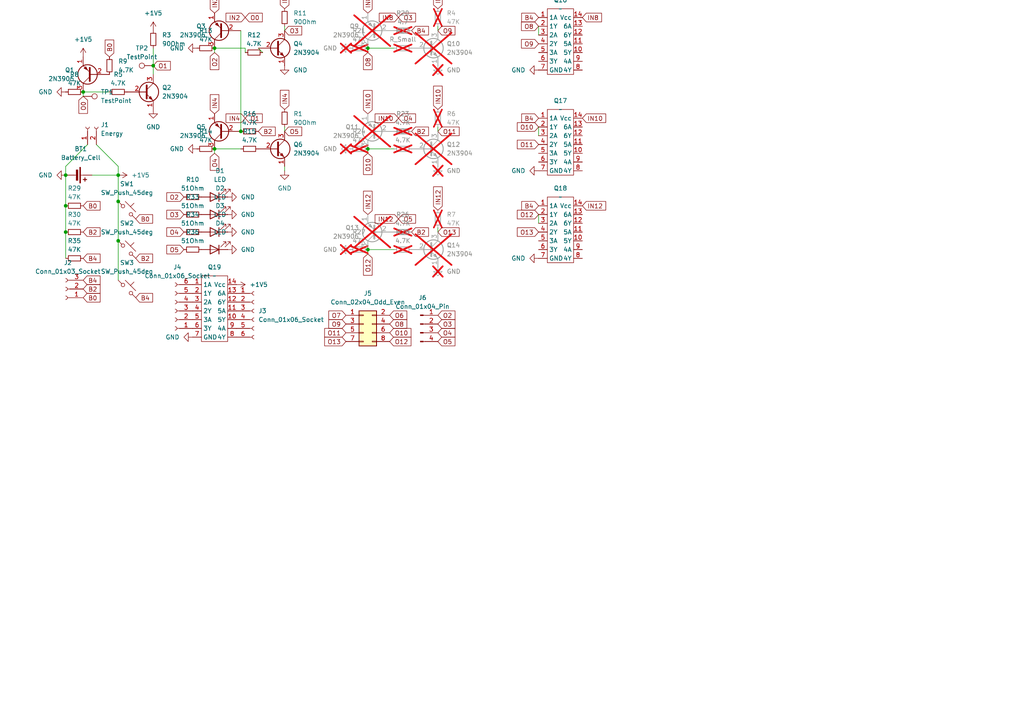
<source format=kicad_sch>
(kicad_sch (version 20241209) (generator "eeschema") (generator_version "8.99")
  (paper "A4")
  (lib_symbols
    (symbol "Connector:Conn_01x02_Socket" (pin_names (offset 1.016) (hide yes))
      (property "Reference" "J" (at 0 2.54 0))
      (property "Value" "Conn_01x02_Socket" (at 0 -5.08 0))
      (symbol "Conn_01x02_Socket_1_1"
        (pin passive line (at -5.08 0 0) (length 3.81) (name "Pin_1") (number "1"))
        (pin passive line (at -5.08 -2.54 0) (length 3.81) (name "Pin_2") (number "2"))
      )
    )
    (symbol "Connector:Conn_01x03_Socket" (pin_names (offset 1.016) (hide yes))
      (property "Reference" "J" (at 0 5.08 0))
      (property "Value" "Conn_01x03_Socket" (at 0 -5.08 0))
      (symbol "Conn_01x03_Socket_1_1"
        (pin passive line (at -5.08 2.54 0) (length 3.81) (name "Pin_1") (number "1"))
        (pin passive line (at -5.08 0 0) (length 3.81) (name "Pin_2") (number "2"))
        (pin passive line (at -5.08 -2.54 0) (length 3.81) (name "Pin_3") (number "3"))
      )
    )
    (symbol "Connector:Conn_01x04_Pin" (pin_names (offset 1.016) (hide yes))
      (property "Reference" "J" (at 0 5.08 0))
      (property "Value" "Conn_01x04_Pin" (at 0 -7.62 0))
      (symbol "Conn_01x04_Pin_1_1"
        (pin passive line (at 5.08 2.54 180) (length 3.81) (name "Pin_1") (number "1"))
        (pin passive line (at 5.08 0 180) (length 3.81) (name "Pin_2") (number "2"))
        (pin passive line (at 5.08 -2.54 180) (length 3.81) (name "Pin_3") (number "3"))
        (pin passive line (at 5.08 -5.08 180) (length 3.81) (name "Pin_4") (number "4"))
      )
    )
    (symbol "Connector:Conn_01x06_Socket" (pin_names (offset 1.016) (hide yes))
      (property "Reference" "J" (at 0 7.62 0))
      (property "Value" "Conn_01x06_Socket" (at 0 -10.16 0))
      (symbol "Conn_01x06_Socket_1_1"
        (pin passive line (at -5.08 5.08 0) (length 3.81) (name "Pin_1") (number "1"))
        (pin passive line (at -5.08 2.54 0) (length 3.81) (name "Pin_2") (number "2"))
        (pin passive line (at -5.08 0 0) (length 3.81) (name "Pin_3") (number "3"))
        (pin passive line (at -5.08 -2.54 0) (length 3.81) (name "Pin_4") (number "4"))
        (pin passive line (at -5.08 -5.08 0) (length 3.81) (name "Pin_5") (number "5"))
        (pin passive line (at -5.08 -7.62 0) (length 3.81) (name "Pin_6") (number "6"))
      )
    )
    (symbol "Connector:TestPoint" (pin_numbers (hide yes)) (pin_names (offset 0.762) (hide yes))
      (property "Reference" "TP" (at 0 6.858 0))
      (property "Value" "TestPoint" (at 0 5.08 0))
      (symbol "TestPoint_1_1"
        (pin passive line (at 0 0 90) (length 2.54) (name "1") (number "1"))
      )
    )
    (symbol "Connector_Generic:Conn_02x04_Odd_Even" (pin_names (offset 1.016) (hide yes))
      (property "Reference" "J" (at 1.27 5.08 0))
      (property "Value" "Conn_02x04_Odd_Even" (at 1.27 -7.62 0))
      (symbol "Conn_02x04_Odd_Even_1_1"
        (pin passive line (at -5.08 2.54 0) (length 3.81) (name "Pin_1") (number "1"))
        (pin passive line (at -5.08 0 0) (length 3.81) (name "Pin_3") (number "3"))
        (pin passive line (at -5.08 -2.54 0) (length 3.81) (name "Pin_5") (number "5"))
        (pin passive line (at -5.08 -5.08 0) (length 3.81) (name "Pin_7") (number "7"))
        (pin passive line (at 7.62 2.54 180) (length 3.81) (name "Pin_2") (number "2"))
        (pin passive line (at 7.62 0 180) (length 3.81) (name "Pin_4") (number "4"))
        (pin passive line (at 7.62 -2.54 180) (length 3.81) (name "Pin_6") (number "6"))
        (pin passive line (at 7.62 -5.08 180) (length 3.81) (name "Pin_8") (number "8"))
      )
    )
    (symbol "Device:Battery_Cell" (pin_numbers (hide yes)) (pin_names (offset 0) (hide yes))
      (property "Reference" "BT" (at 2.54 2.54 0))
      (property "Value" "Battery_Cell" (at 2.54 0 0))
      (symbol "Battery_Cell_1_1"
        (pin passive line (at 0 5.08 270) (length 2.54) (name "+") (number "1"))
        (pin passive line (at 0 -2.54 90) (length 2.54) (name "-") (number "2"))
      )
    )
    (symbol "Device:LED" (pin_numbers (hide yes)) (pin_names (offset 1.016) (hide yes))
      (property "Reference" "D" (at 0 2.54 0))
      (property "Value" "LED" (at 0 -2.54 0))
      (symbol "LED_1_1"
        (pin passive line (at -3.81 0 0) (length 2.54) (name "K") (number "1"))
        (pin passive line (at 3.81 0 180) (length 2.54) (name "A") (number "2"))
      )
    )
    (symbol "Device:R_Small" (pin_numbers (hide yes)) (pin_names (offset 0.254) (hide yes))
      (property "Reference" "R" (at 0.762 0.508 0))
      (property "Value" "R_Small" (at 0.762 -1.016 0))
      (symbol "R_Small_1_1"
        (pin passive line (at 0 2.54 270) (length 0.762) (name "~") (number "1"))
        (pin passive line (at 0 -2.54 90) (length 0.762) (name "~") (number "2"))
      )
    )
    (symbol "Switch:SW_Push_45deg" (pin_numbers (hide yes)) (pin_names (offset 1.016) (hide yes))
      (property "Reference" "SW" (at 3.048 1.016 0))
      (property "Value" "SW_Push_45deg" (at 0 -3.81 0))
      (symbol "SW_Push_45deg_0_1"
        (pin passive line (at -2.54 2.54 0) (length 0) (name "1") (number "1"))
        (pin passive line (at 2.54 -2.54 180) (length 0) (name "2") (number "2"))
      )
    )
    (symbol "Transistor_BJT:2N3904" (pin_names (offset 0) (hide yes))
      (property "Reference" "Q" (at 5.08 1.905 0))
      (property "Value" "2N3904" (at 5.08 0 0))
      (symbol "2N3904_1_1"
        (pin passive line (at -5.08 0 0) (length 5.715) (name "B") (number "2"))
        (pin passive line (at 2.54 5.08 270) (length 2.54) (name "C") (number "3"))
        (pin passive line (at 2.54 -5.08 90) (length 2.54) (name "E") (number "1"))
      )
    )
    (symbol "Transistor_BJT:2N3906" (pin_names (offset 0) (hide yes))
      (property "Reference" "Q" (at 5.08 1.905 0))
      (property "Value" "2N3906" (at 5.08 0 0))
      (symbol "2N3906_1_1"
        (pin input line (at -5.08 0 0) (length 5.715) (name "B") (number "2"))
        (pin passive line (at 2.54 5.08 270) (length 2.54) (name "C") (number "3"))
        (pin passive line (at 2.54 -5.08 90) (length 2.54) (name "E") (number "1"))
      )
    )
    (symbol "power:+1V5" (power) (pin_numbers (hide yes)) (pin_names (offset 0) (hide yes))
      (property "Value" "+1V5" (at 0 3.556 0))
      (symbol "+1V5_1_1"
        (pin power_in line (at 0 0 90) (length 0) (name "~") (number "1"))
      )
    )
    (symbol "power:GND" (power) (pin_numbers (hide yes)) (pin_names (offset 0) (hide yes))
      (property "Value" "GND" (at 0 -3.81 0))
      (symbol "GND_1_1"
        (pin power_in line (at 0 0 270) (length 0) (name "~") (number "1"))
      )
    )
    (symbol "self:74HC04_Hex_inverter_IC"
      (property "Reference" "Q" (at 0 2.286 0))
      (symbol "74HC04_Hex_inverter_IC_1_1"
        (pin input line (at -6.35 -1.27 0) (length 2.54) (name "1A") (number "1"))
        (pin output line (at -6.35 -3.81 0) (length 2.54) (name "1Y") (number "2"))
        (pin input line (at -6.35 -6.35 0) (length 2.54) (name "2A") (number "3"))
        (pin output line (at -6.35 -8.89 0) (length 2.54) (name "2Y") (number "4"))
        (pin input line (at -6.35 -11.43 0) (length 2.54) (name "3A") (number "5"))
        (pin output line (at -6.35 -13.97 0) (length 2.54) (name "3Y") (number "6"))
        (pin power_out line (at -6.35 -16.51 0) (length 2.54) (name "GND") (number "7"))
        (pin power_in line (at 6.35 -1.27 180) (length 2.54) (name "Vcc") (number "14"))
        (pin input line (at 6.35 -3.81 180) (length 2.54) (name "6A") (number "13"))
        (pin output line (at 6.35 -6.35 180) (length 2.54) (name "6Y") (number "12"))
        (pin input line (at 6.35 -8.89 180) (length 2.54) (name "5A") (number "11"))
        (pin output line (at 6.35 -11.43 180) (length 2.54) (name "5Y") (number "10"))
        (pin input line (at 6.35 -13.97 180) (length 2.54) (name "4A") (number "9"))
        (pin output line (at 6.35 -16.51 180) (length 2.54) (name "4Y") (number "8"))
      )
    )
  )
  (junction (at 62.23 43.18))
  (junction (at 62.23 13.97))
  (junction (at 19.05 67.31))
  (junction (at 24.13 26.67))
  (junction (at 34.29 69.85))
  (junction (at 106.68 -15.24))
  (junction (at 19.05 50.8))
  (junction (at 34.29 50.8))
  (junction (at 106.68 72.39))
  (junction (at 44.45 19.05))
  (junction (at 19.05 59.69))
  (junction (at 106.68 13.97))
  (junction (at 69.85 38.1))
  (junction (at 34.29 58.42))
  (junction (at 106.68 43.18))
  (wire (pts (xy 27.94 41.91) (xy 34.29 48.26)))
  (wire (pts (xy 19.05 48.26) (xy 25.4 41.91)))
  (wire (pts (xy 19.05 67.31) (xy 19.05 59.69)))
  (wire (pts (xy 62.23 13.97) (xy 62.23 15.24)))
  (wire (pts (xy 69.85 43.18) (xy 62.23 43.18)))
  (wire (pts (xy 156.21 39.37) (xy 156.21 36.83)))
  (wire (pts (xy 34.29 48.26) (xy 34.29 50.8)))
  (wire (pts (xy 74.93 13.97) (xy 76.2 15.24)))
  (wire (pts (xy 156.21 -20.32) (xy 156.21 -22.86)))
  (wire (pts (xy 31.75 26.67) (xy 24.13 26.67)))
  (wire (pts (xy 127 66.04) (xy 127 67.31)))
  (wire (pts (xy 114.3 43.18) (xy 106.68 43.18)))
  (wire (pts (xy 82.55 36.83) (xy 82.55 38.1)))
  (wire (pts (xy 44.45 13.97) (xy 44.45 19.05)))
  (wire (pts (xy 62.23 43.18) (xy 62.23 44.45)))
  (wire (pts (xy 127 -21.59) (xy 127 -20.32)))
  (wire (pts (xy 114.3 -15.24) (xy 106.68 -15.24)))
  (wire (pts (xy 44.45 21.59) (xy 44.45 19.05)))
  (wire (pts (xy 127 -8.89) (xy 127 -10.16)))
  (wire (pts (xy 34.29 69.85) (xy 34.29 58.42)))
  (wire (pts (xy 62.23 13.97) (xy 71.12 13.97)))
  (wire (pts (xy 114.3 13.97) (xy 106.68 13.97)))
  (wire (pts (xy 156.21 10.16) (xy 156.21 7.62)))
  (wire (pts (xy 106.68 43.18) (xy 106.68 44.45)))
  (wire (pts (xy 106.68 72.39) (xy 106.68 73.66)))
  (wire (pts (xy 114.3 72.39) (xy 106.68 72.39)))
  (wire (pts (xy 71.12 15.24) (xy 71.12 13.97)))
  (wire (pts (xy 34.29 81.28) (xy 34.29 69.85)))
  (wire (pts (xy 69.85 8.89) (xy 69.85 38.1)))
  (wire (pts (xy 82.55 49.53) (xy 82.55 48.26)))
  (wire (pts (xy 82.55 7.62) (xy 82.55 8.89)))
  (wire (pts (xy 106.68 13.97) (xy 106.68 15.24)))
  (wire (pts (xy 24.13 26.67) (xy 24.13 27.94)))
  (wire (pts (xy 19.05 48.26) (xy 19.05 50.8)))
  (wire (pts (xy 106.68 -15.24) (xy 106.68 -13.97)))
  (wire (pts (xy 34.29 58.42) (xy 34.29 50.8)))
  (wire (pts (xy 26.67 50.8) (xy 34.29 50.8)))
  (wire (pts (xy 127 7.62) (xy 127 8.89)))
  (wire (pts (xy 156.21 64.77) (xy 156.21 62.23)))
  (wire (pts (xy 19.05 59.69) (xy 19.05 50.8)))
  (wire (pts (xy 127 36.83) (xy 127 38.1)))
  (wire (pts (xy 19.05 74.93) (xy 19.05 67.31)))
  (global_label "O11" (shape input) (at 156.21 41.91 180) (property "Intersheetrefs" "${INTERSHEET_REFS}" (effects (hide yes))))
  (global_label "O5" (shape input) (at 115.57 63.5 0) (property "Intersheetrefs" "${INTERSHEET_REFS}" (effects (hide yes))))
  (global_label "B4" (shape input) (at 156.21 5.08 180) (property "Intersheetrefs" "${INTERSHEET_REFS}" (effects (hide yes))))
  (global_label "O10" (shape input) (at 106.68 44.45 270) (property "Intersheetrefs" "${INTERSHEET_REFS}" (effects (hide yes))))
  (global_label "O9" (shape input) (at 100.33 93.98 180) (property "Intersheetrefs" "${INTERSHEET_REFS}" (effects (hide yes))))
  (global_label "O3" (shape input) (at 115.57 5.08 0) (property "Intersheetrefs" "${INTERSHEET_REFS}" (effects (hide yes))))
  (global_label "O1" (shape input) (at 44.45 19.05 0) (property "Intersheetrefs" "${INTERSHEET_REFS}" (effects (hide yes))))
  (global_label "O4" (shape input) (at 53.34 67.31 180) (property "Intersheetrefs" "${INTERSHEET_REFS}" (effects (hide yes))))
  (global_label "B2" (shape input) (at 24.13 67.31 0) (property "Intersheetrefs" "${INTERSHEET_REFS}" (effects (hide yes))))
  (global_label "O13" (shape input) (at 127 67.31 0) (property "Intersheetrefs" "${INTERSHEET_REFS}" (effects (hide yes))))
  (global_label "B2" (shape input) (at 119.38 67.31 0) (property "Intersheetrefs" "${INTERSHEET_REFS}" (effects (hide yes))))
  (global_label "O3" (shape input) (at 53.34 62.23 180) (property "Intersheetrefs" "${INTERSHEET_REFS}" (effects (hide yes))))
  (global_label "B2" (shape input) (at 39.37 74.93 0) (property "Intersheetrefs" "${INTERSHEET_REFS}" (effects (hide yes))))
  (global_label "O9" (shape input) (at 127 8.89 0) (property "Intersheetrefs" "${INTERSHEET_REFS}" (effects (hide yes))))
  (global_label "O9" (shape input) (at 156.21 12.7 180) (property "Intersheetrefs" "${INTERSHEET_REFS}" (effects (hide yes))))
  (global_label "O5" (shape input) (at 53.34 72.39 180) (property "Intersheetrefs" "${INTERSHEET_REFS}" (effects (hide yes))))
  (global_label "O11" (shape input) (at 127 38.1 0) (property "Intersheetrefs" "${INTERSHEET_REFS}" (effects (hide yes))))
  (global_label "O8" (shape input) (at 106.68 15.24 270) (property "Intersheetrefs" "${INTERSHEET_REFS}" (effects (hide yes))))
  (global_label "IN12" (shape input) (at 127 60.96 90) (property "Intersheetrefs" "${INTERSHEET_REFS}" (effects (hide yes))))
  (global_label "O10" (shape input) (at 156.21 36.83 180) (property "Intersheetrefs" "${INTERSHEET_REFS}" (effects (hide yes))))
  (global_label "IN4" (shape input) (at 71.12 34.29 180) (property "Intersheetrefs" "${INTERSHEET_REFS}" (effects (hide yes))))
  (global_label "B2" (shape input) (at 24.13 83.82 0) (property "Intersheetrefs" "${INTERSHEET_REFS}" (effects (hide yes))))
  (global_label "O12" (shape input) (at 156.21 62.23 180) (property "Intersheetrefs" "${INTERSHEET_REFS}" (effects (hide yes))))
  (global_label "IN8" (shape input) (at 106.68 3.81 90) (property "Intersheetrefs" "${INTERSHEET_REFS}" (effects (hide yes))))
  (global_label "O5" (shape input) (at 127 99.06 0) (property "Intersheetrefs" "${INTERSHEET_REFS}" (effects (hide yes))))
  (global_label "IN6" (shape input) (at 115.57 -26.67 180) (property "Intersheetrefs" "${INTERSHEET_REFS}" (effects (hide yes))))
  (global_label "O4" (shape input) (at 127 96.52 0) (property "Intersheetrefs" "${INTERSHEET_REFS}" (effects (hide yes))))
  (global_label "IN4" (shape input) (at 82.55 31.75 90) (property "Intersheetrefs" "${INTERSHEET_REFS}" (effects (hide yes))))
  (global_label "O4" (shape input) (at 62.23 44.45 270) (property "Intersheetrefs" "${INTERSHEET_REFS}" (effects (hide yes))))
  (global_label "B4" (shape input) (at 24.13 74.93 0) (property "Intersheetrefs" "${INTERSHEET_REFS}" (effects (hide yes))))
  (global_label "B4" (shape input) (at 156.21 34.29 180) (property "Intersheetrefs" "${INTERSHEET_REFS}" (effects (hide yes))))
  (global_label "IN12" (shape input) (at 168.91 59.69 0) (property "Intersheetrefs" "${INTERSHEET_REFS}" (effects (hide yes))))
  (global_label "O1" (shape input) (at 71.12 34.29 0) (property "Intersheetrefs" "${INTERSHEET_REFS}" (effects (hide yes))))
  (global_label "IN8" (shape input) (at 115.57 5.08 180) (property "Intersheetrefs" "${INTERSHEET_REFS}" (effects (hide yes))))
  (global_label "IN4" (shape input) (at 62.23 33.02 90) (property "Intersheetrefs" "${INTERSHEET_REFS}" (effects (hide yes))))
  (global_label "O10" (shape input) (at 113.03 96.52 0) (property "Intersheetrefs" "${INTERSHEET_REFS}" (effects (hide yes))))
  (global_label "B0" (shape input) (at 24.13 86.36 0) (property "Intersheetrefs" "${INTERSHEET_REFS}" (effects (hide yes))))
  (global_label "O2" (shape input) (at 62.23 15.24 270) (property "Intersheetrefs" "${INTERSHEET_REFS}" (effects (hide yes))))
  (global_label "B4" (shape input) (at 119.38 8.89 0) (property "Intersheetrefs" "${INTERSHEET_REFS}" (effects (hide yes))))
  (global_label "O6" (shape input) (at 156.21 -22.86 180) (property "Intersheetrefs" "${INTERSHEET_REFS}" (effects (hide yes))))
  (global_label "IN12" (shape input) (at 115.57 63.5 180) (property "Intersheetrefs" "${INTERSHEET_REFS}" (effects (hide yes))))
  (global_label "B0" (shape input) (at 24.13 59.69 0) (property "Intersheetrefs" "${INTERSHEET_REFS}" (effects (hide yes))))
  (global_label "O0" (shape input) (at 71.12 5.08 0) (property "Intersheetrefs" "${INTERSHEET_REFS}" (effects (hide yes))))
  (global_label "O3" (shape input) (at 82.55 8.89 0) (property "Intersheetrefs" "${INTERSHEET_REFS}" (effects (hide yes))))
  (global_label "IN6" (shape input) (at 168.91 -25.4 0) (property "Intersheetrefs" "${INTERSHEET_REFS}" (effects (hide yes))))
  (global_label "O2" (shape input) (at 53.34 57.15 180) (property "Intersheetrefs" "${INTERSHEET_REFS}" (effects (hide yes))))
  (global_label "O4" (shape input) (at 115.57 34.29 0) (property "Intersheetrefs" "${INTERSHEET_REFS}" (effects (hide yes))))
  (global_label "IN10" (shape input) (at 115.57 34.29 180) (property "Intersheetrefs" "${INTERSHEET_REFS}" (effects (hide yes))))
  (global_label "B4" (shape input) (at 156.21 59.69 180) (property "Intersheetrefs" "${INTERSHEET_REFS}" (effects (hide yes))))
  (global_label "O3" (shape input) (at 127 93.98 0) (property "Intersheetrefs" "${INTERSHEET_REFS}" (effects (hide yes))))
  (global_label "IN2" (shape input) (at 82.55 2.54 90) (property "Intersheetrefs" "${INTERSHEET_REFS}" (effects (hide yes))))
  (global_label "O0" (shape input) (at 24.13 27.94 270) (property "Intersheetrefs" "${INTERSHEET_REFS}" (effects (hide yes))))
  (global_label "O8" (shape input) (at 113.03 93.98 0) (property "Intersheetrefs" "${INTERSHEET_REFS}" (effects (hide yes))))
  (global_label "O2" (shape input) (at 115.57 -26.67 0) (property "Intersheetrefs" "${INTERSHEET_REFS}" (effects (hide yes))))
  (global_label "O13" (shape input) (at 100.33 99.06 180) (property "Intersheetrefs" "${INTERSHEET_REFS}" (effects (hide yes))))
  (global_label "IN10" (shape input) (at 168.91 34.29 0) (property "Intersheetrefs" "${INTERSHEET_REFS}" (effects (hide yes))))
  (global_label "O12" (shape input) (at 106.68 73.66 270) (property "Intersheetrefs" "${INTERSHEET_REFS}" (effects (hide yes))))
  (global_label "IN2" (shape input) (at 62.23 3.81 90) (property "Intersheetrefs" "${INTERSHEET_REFS}" (effects (hide yes))))
  (global_label "IN10" (shape input) (at 127 31.75 90) (property "Intersheetrefs" "${INTERSHEET_REFS}" (effects (hide yes))))
  (global_label "B4" (shape input) (at 156.21 -25.4 180) (property "Intersheetrefs" "${INTERSHEET_REFS}" (effects (hide yes))))
  (global_label "B0" (shape input) (at 31.75 16.51 90) (property "Intersheetrefs" "${INTERSHEET_REFS}" (effects (hide yes))))
  (global_label "O11" (shape input) (at 100.33 96.52 180) (property "Intersheetrefs" "${INTERSHEET_REFS}" (effects (hide yes))))
  (global_label "O7" (shape input) (at 156.21 -17.78 180) (property "Intersheetrefs" "${INTERSHEET_REFS}" (effects (hide yes))))
  (global_label "IN8" (shape input) (at 127 2.54 90) (property "Intersheetrefs" "${INTERSHEET_REFS}" (effects (hide yes))))
  (global_label "O6" (shape input) (at 113.03 91.44 0) (property "Intersheetrefs" "${INTERSHEET_REFS}" (effects (hide yes))))
  (global_label "O12" (shape input) (at 113.03 99.06 0) (property "Intersheetrefs" "${INTERSHEET_REFS}" (effects (hide yes))))
  (global_label "IN6" (shape input) (at 127 -26.67 90) (property "Intersheetrefs" "${INTERSHEET_REFS}" (effects (hide yes))))
  (global_label "O6" (shape input) (at 106.68 -13.97 270) (property "Intersheetrefs" "${INTERSHEET_REFS}" (effects (hide yes))))
  (global_label "O7" (shape input) (at 127 -20.32 0) (property "Intersheetrefs" "${INTERSHEET_REFS}" (effects (hide yes))))
  (global_label "B0" (shape input) (at 39.37 63.5 0) (property "Intersheetrefs" "${INTERSHEET_REFS}" (effects (hide yes))))
  (global_label "B2" (shape input) (at 74.93 38.1 0) (property "Intersheetrefs" "${INTERSHEET_REFS}" (effects (hide yes))))
  (global_label "IN6" (shape input) (at 106.68 -25.4 90) (property "Intersheetrefs" "${INTERSHEET_REFS}" (effects (hide yes))))
  (global_label "IN10" (shape input) (at 106.68 33.02 90) (property "Intersheetrefs" "${INTERSHEET_REFS}" (effects (hide yes))))
  (global_label "B4" (shape input) (at 24.13 81.28 0) (property "Intersheetrefs" "${INTERSHEET_REFS}" (effects (hide yes))))
  (global_label "B4" (shape input) (at 39.37 86.36 0) (property "Intersheetrefs" "${INTERSHEET_REFS}" (effects (hide yes))))
  (global_label "O2" (shape input) (at 127 91.44 0) (property "Intersheetrefs" "${INTERSHEET_REFS}" (effects (hide yes))))
  (global_label "O8" (shape input) (at 156.21 7.62 180) (property "Intersheetrefs" "${INTERSHEET_REFS}" (effects (hide yes))))
  (global_label "O13" (shape input) (at 156.21 67.31 180) (property "Intersheetrefs" "${INTERSHEET_REFS}" (effects (hide yes))))
  (global_label "O7" (shape input) (at 100.33 91.44 180) (property "Intersheetrefs" "${INTERSHEET_REFS}" (effects (hide yes))))
  (global_label "IN2" (shape input) (at 71.12 5.08 180) (property "Intersheetrefs" "${INTERSHEET_REFS}" (effects (hide yes))))
  (global_label "B4" (shape input) (at 119.38 -20.32 0) (property "Intersheetrefs" "${INTERSHEET_REFS}" (effects (hide yes))))
  (global_label "IN12" (shape input) (at 106.68 62.23 90) (property "Intersheetrefs" "${INTERSHEET_REFS}" (effects (hide yes))))
  (global_label "IN8" (shape input) (at 168.91 5.08 0) (property "Intersheetrefs" "${INTERSHEET_REFS}" (effects (hide yes))))
  (global_label "O5" (shape input) (at 82.55 38.1 0) (property "Intersheetrefs" "${INTERSHEET_REFS}" (effects (hide yes))))
  (global_label "B2" (shape input) (at 119.38 38.1 0) (property "Intersheetrefs" "${INTERSHEET_REFS}" (effects (hide yes))))
  (symbol (lib_id "Connector:TestPoint") (at 44.45 19.05 90) (unit 1)
    (property "Reference" "TP2" (at 41.148 13.97 90))
    (property "Value" "TestPoint" (at 41.148 16.51 90))
    (property "Footprint" "TestPoint:TestPoint_Pad_2.0x2.0mm" (effects (hide yes)))
    (property "Description" "test point" (effects (hide yes)))
  )
  (symbol (lib_id "Device:R_Small") (at 104.14 -15.24 90) (unit 1) (on_board no) (dnp yes)
    (property "Reference" "R18" (at 104.14 -19.05 90))
    (property "Value" "47K" (at 104.14 -16.51 90))
    (property "Description" "Resistor, small symbol" (effects (hide yes)))
  )
  (symbol (lib_id "Device:R_Small") (at 59.69 43.18 90) (unit 1)
    (property "Reference" "R14" (at 59.69 38.1 90))
    (property "Value" "47K" (at 59.69 40.64 90))
    (property "Footprint" "Resistor_THT:R_Axial_DIN0207_L6.3mm_D2.5mm_P7.62mm_Horizontal" (effects (hide yes)))
    (property "Description" "Resistor, small symbol" (effects (hide yes)))
  )
  (symbol (lib_id "power:GND") (at 66.04 62.23 90) (unit 1)
    (property "Reference" "#PWR020" (effects (hide yes)))
    (property "Value" "GND" (at 69.85 62.2299 90) (effects (justify right)))
    (property "Description" "Power symbol creates a global label with name \"GND\" , ground" (effects (hide yes)))
  )
  (symbol (lib_id "Transistor_BJT:2N3906") (at 109.22 38.1 180) (unit 1) (on_board no) (dnp yes)
    (property "Reference" "Q11" (at 104.14 36.8299 0) (effects (justify left)))
    (property "Value" "2N3906" (at 104.14 39.3699 0) (effects (justify left)))
    (property "Footprint" "Package_TO_SOT_THT:TO-92_Inline" (effects (hide yes)))
    (property "Datasheet" "https://www.onsemi.com/pub/Collateral/2N3906-D.PDF" (effects (hide yes)))
    (property "Description" "-0.2A Ic, -40V Vce, Small Signal PNP Transistor, TO-92" (effects (hide yes)))
  )
  (symbol (lib_id "Device:R_Small") (at 72.39 43.18 90) (unit 1)
    (property "Reference" "R15" (at 72.39 38.1 90))
    (property "Value" "4.7K" (at 72.39 40.64 90))
    (property "Footprint" "Resistor_THT:R_Axial_DIN0207_L6.3mm_D2.5mm_P7.62mm_Horizontal" (effects (hide yes)))
    (property "Description" "Resistor, small symbol" (effects (hide yes)))
  )
  (symbol (lib_id "power:GND") (at 66.04 72.39 90) (unit 1)
    (property "Reference" "#PWR022" (effects (hide yes)))
    (property "Value" "GND" (at 69.85 72.3899 90) (effects (justify right)))
    (property "Description" "Power symbol creates a global label with name \"GND\" , ground" (effects (hide yes)))
  )
  (symbol (lib_id "self:74HC04_Hex_inverter_IC") (at 162.56 -26.67 0) (unit 1)
    (property "Reference" "Q15" (at 162.56 -30.48 0))
    (property "Value" "~" (at 162.56 -27.94 0))
    (property "Footprint" "Package_SO:SO-14_3.9x8.65mm_P1.27mm" (effects (hide yes)))
  )
  (symbol (lib_id "Device:R_Small") (at 21.59 67.31 90) (unit 1)
    (property "Reference" "R30" (at 21.59 62.23 90))
    (property "Value" "47K" (at 21.59 64.77 90))
    (property "Footprint" "Resistor_THT:R_Axial_DIN0207_L6.3mm_D2.5mm_P7.62mm_Horizontal" (effects (hide yes)))
    (property "Description" "Resistor, small symbol" (effects (hide yes)))
  )
  (symbol (lib_id "Connector:Conn_01x03_Socket") (at 19.05 83.82 180) (unit 1)
    (property "Reference" "J2" (at 19.685 76.2 0))
    (property "Value" "Conn_01x03_Socket" (at 19.685 78.74 0))
    (property "Footprint" "Connector_PinSocket_2.54mm:PinSocket_1x03_P2.54mm_Vertical" (effects (hide yes)))
    (property "Description" "Generic connector, single row, 01x03, script generated" (effects (hide yes)))
  )
  (symbol (lib_id "Connector:Conn_01x02_Socket") (at 25.4 36.83 90) (unit 1)
    (property "Reference" "J1" (at 29.21 36.1949 90) (effects (justify right)))
    (property "Value" "Energy" (at 29.21 38.7349 90) (effects (justify right)))
    (property "Footprint" "Connector_PinSocket_2.54mm:PinSocket_1x02_P2.54mm_Vertical" (effects (hide yes)))
    (property "Description" "Generic connector, single row, 01x02, script generated" (effects (hide yes)))
  )
  (symbol (lib_id "Device:R_Small") (at 59.69 13.97 90) (unit 1)
    (property "Reference" "R13" (at 59.69 8.89 90))
    (property "Value" "47K" (at 59.69 11.43 90))
    (property "Footprint" "Resistor_THT:R_Axial_DIN0207_L6.3mm_D2.5mm_P7.62mm_Horizontal" (effects (hide yes)))
    (property "Description" "Resistor, small symbol" (effects (hide yes)))
  )
  (symbol (lib_id "power:GND") (at 101.6 13.97 270) (unit 1) (on_board no) (dnp yes)
    (property "Reference" "#PWR015" (effects (hide yes)))
    (property "Value" "GND" (at 97.79 13.9699 90) (effects (justify right)))
    (property "Description" "Power symbol creates a global label with name \"GND\" , ground" (effects (hide yes)))
  )
  (symbol (lib_id "power:GND") (at 66.04 57.15 90) (unit 1)
    (property "Reference" "#PWR019" (effects (hide yes)))
    (property "Value" "GND" (at 69.85 57.1499 90) (effects (justify right)))
    (property "Description" "Power symbol creates a global label with name \"GND\" , ground" (effects (hide yes)))
  )
  (symbol (lib_id "power:GND") (at 57.15 13.97 270) (unit 1)
    (property "Reference" "#PWR012" (effects (hide yes)))
    (property "Value" "GND" (at 53.34 13.9699 90) (effects (justify right)))
    (property "Description" "Power symbol creates a global label with name \"GND\" , ground" (effects (hide yes)))
  )
  (symbol (lib_id "Device:R_Small") (at 116.84 13.97 90) (unit 1) (on_board no) (dnp yes)
    (property "Reference" "R22" (at 116.84 8.89 90))
    (property "Value" "R_Small" (at 116.84 11.43 90))
    (property "Description" "Resistor, small symbol" (effects (hide yes)))
  )
  (symbol (lib_id "power:GND") (at 101.6 43.18 270) (unit 1) (on_board no) (dnp yes)
    (property "Reference" "#PWR016" (effects (hide yes)))
    (property "Value" "GND" (at 97.79 43.1799 90) (effects (justify right)))
    (property "Description" "Power symbol creates a global label with name \"GND\" , ground" (effects (hide yes)))
  )
  (symbol (lib_id "power:GND") (at 156.21 20.32 270) (unit 1)
    (property "Reference" "#PWR024" (effects (hide yes)))
    (property "Value" "GND" (at 152.4 20.3199 90) (effects (justify right)))
    (property "Description" "Power symbol creates a global label with name \"GND\" , ground" (effects (hide yes)))
  )
  (symbol (lib_id "power:GND") (at 82.55 19.05 0) (unit 1)
    (property "Reference" "#PWR04" (effects (hide yes)))
    (property "Value" "GND" (at 85.09 20.3199 0) (effects (justify left)))
    (property "Description" "Power symbol creates a global label with name \"GND\" , ground" (effects (hide yes)))
  )
  (symbol (lib_id "Device:R_Small") (at 21.59 26.67 90) (unit 1)
    (property "Reference" "R8" (at 21.59 21.59 90))
    (property "Value" "47K" (at 21.59 24.13 90))
    (property "Footprint" "Resistor_THT:R_Axial_DIN0207_L6.3mm_D2.5mm_P7.62mm_Horizontal" (effects (hide yes)))
    (property "Description" "Resistor, small symbol" (effects (hide yes)))
  )
  (symbol (lib_id "power:+1V5") (at 24.13 16.51 0) (unit 1)
    (property "Reference" "#PWR01" (effects (hide yes)))
    (property "Value" "+1V5" (at 24.13 11.43 0))
    (property "Description" "Power symbol creates a global label with name \"+1V5\"" (effects (hide yes)))
  )
  (symbol (lib_id "Device:R_Small") (at 55.88 57.15 270) (unit 1)
    (property "Reference" "R10" (at 55.88 52.07 90))
    (property "Value" "51Ohm" (at 55.88 54.61 90))
    (property "Footprint" "Resistor_THT:R_Axial_DIN0207_L6.3mm_D2.5mm_P7.62mm_Horizontal" (effects (hide yes)))
    (property "Description" "Resistor, small symbol" (effects (hide yes)))
  )
  (symbol (lib_id "Device:R_Small") (at 116.84 67.31 90) (unit 1) (on_board no) (dnp yes)
    (property "Reference" "R26" (at 116.84 62.23 90))
    (property "Value" "4.7K" (at 116.84 64.77 90))
    (property "Description" "Resistor, small symbol" (effects (hide yes)))
  )
  (symbol (lib_id "Switch:SW_Push_45deg") (at 36.83 60.96 0) (unit 1)
    (property "Reference" "SW1" (at 36.83 53.34 0))
    (property "Value" "SW_Push_45deg" (at 36.83 55.88 0))
    (property "Footprint" "Button_Switch_THT:SW_PUSH_6mm" (effects (hide yes)))
    (property "Description" "Push button switch, normally open, two pins, 45° tilted" (effects (hide yes)))
  )
  (symbol (lib_id "Device:R_Small") (at 116.84 -15.24 90) (unit 1) (on_board no) (dnp yes)
    (property "Reference" "R19" (at 116.84 -19.05 90))
    (property "Value" "4.7K" (at 116.84 -16.51 90))
    (property "Description" "Resistor, small symbol" (effects (hide yes)))
  )
  (symbol (lib_id "Device:R_Small") (at 82.55 5.08 180) (unit 1)
    (property "Reference" "R11" (at 85.09 3.8099 0) (effects (justify right)))
    (property "Value" "90Ohm" (at 85.09 6.3499 0) (effects (justify right)))
    (property "Footprint" "Resistor_THT:R_Axial_DIN0207_L6.3mm_D2.5mm_P7.62mm_Horizontal" (effects (hide yes)))
    (property "Description" "Resistor, small symbol" (effects (hide yes)))
  )
  (symbol (lib_id "Connector_Generic:Conn_02x04_Odd_Even") (at 105.41 93.98 0) (unit 1)
    (property "Reference" "J5" (at 106.68 85.09 0))
    (property "Value" "Conn_02x04_Odd_Even" (at 106.68 87.63 0))
    (property "Footprint" "Connector_PinHeader_2.54mm:PinHeader_1x08_P2.54mm_Vertical" (effects (hide yes)))
    (property "Description" "Generic connector, double row, 02x04, odd/even pin numbering scheme (row 1 odd numbers, row 2 even numbers), script generated (kicad-library-utils/schlib/autogen/connector/)" (effects (hide yes)))
  )
  (symbol (lib_id "Transistor_BJT:2N3906") (at 109.22 -20.32 180) (unit 1) (on_board no) (dnp yes)
    (property "Reference" "Q7" (at 104.14 -21.5901 0) (effects (justify left)))
    (property "Value" "2N3906" (at 104.14 -19.0501 0) (effects (justify left)))
    (property "Footprint" "Package_TO_SOT_THT:TO-92_Inline" (effects (hide yes)))
    (property "Datasheet" "https://www.onsemi.com/pub/Collateral/2N3906-D.PDF" (effects (hide yes)))
    (property "Description" "-0.2A Ic, -40V Vce, Small Signal PNP Transistor, TO-92" (effects (hide yes)))
  )
  (symbol (lib_id "Device:R_Small") (at 73.66 15.24 270) (unit 1)
    (property "Reference" "R12" (at 73.66 10.16 90))
    (property "Value" "4.7K" (at 73.66 12.7 90))
    (property "Footprint" "Resistor_THT:R_Axial_DIN0207_L6.3mm_D2.5mm_P7.62mm_Horizontal" (effects (hide yes)))
    (property "Description" "Resistor, small symbol" (effects (hide yes)))
  )
  (symbol (lib_id "Transistor_BJT:2N3904") (at 124.46 -15.24 0) (unit 1) (on_board no) (dnp yes)
    (property "Reference" "Q8" (at 129.54 -16.5101 0) (effects (justify left)))
    (property "Value" "2N3904" (at 129.54 -13.9701 0) (effects (justify left)))
    (property "Footprint" "Package_TO_SOT_THT:TO-92_Inline" (effects (hide yes)))
    (property "Datasheet" "https://www.onsemi.com/pub/Collateral/2N3903-D.PDF" (effects (hide yes)))
    (property "Description" "0.2A Ic, 40V Vce, Small Signal NPN Transistor, TO-92" (effects (hide yes)))
  )
  (symbol (lib_id "power:GND") (at 101.6 72.39 270) (unit 1) (on_board no) (dnp yes)
    (property "Reference" "#PWR017" (effects (hide yes)))
    (property "Value" "GND" (at 97.79 72.3899 90) (effects (justify right)))
    (property "Description" "Power symbol creates a global label with name \"GND\" , ground" (effects (hide yes)))
  )
  (symbol (lib_id "Device:R_Small") (at 55.88 62.23 270) (unit 1)
    (property "Reference" "R33" (at 55.88 57.15 90))
    (property "Value" "51Ohm" (at 55.88 59.69 90))
    (property "Footprint" "Resistor_THT:R_Axial_DIN0207_L6.3mm_D2.5mm_P7.62mm_Horizontal" (effects (hide yes)))
    (property "Description" "Resistor, small symbol" (effects (hide yes)))
  )
  (symbol (lib_id "Device:R_Small") (at 116.84 -20.32 90) (unit 1) (on_board no) (dnp yes)
    (property "Reference" "R17" (at 116.84 -24.13 90))
    (property "Value" "4.7K" (at 116.84 -21.59 90))
    (property "Description" "Resistor, small symbol" (effects (hide yes)))
  )
  (symbol (lib_id "power:GND") (at 57.15 43.18 270) (unit 1)
    (property "Reference" "#PWR013" (effects (hide yes)))
    (property "Value" "GND" (at 53.34 43.1799 90) (effects (justify right)))
    (property "Description" "Power symbol creates a global label with name \"GND\" , ground" (effects (hide yes)))
  )
  (symbol (lib_id "Device:R_Small") (at 104.14 13.97 90) (unit 1) (on_board no) (dnp yes)
    (property "Reference" "R21" (at 104.14 8.89 90))
    (property "Value" "47K" (at 104.14 11.43 90))
    (property "Description" "Resistor, small symbol" (effects (hide yes)))
  )
  (symbol (lib_id "Transistor_BJT:2N3904") (at 124.46 13.97 0) (unit 1) (on_board no) (dnp yes)
    (property "Reference" "Q10" (at 129.54 12.6999 0) (effects (justify left)))
    (property "Value" "2N3904" (at 129.54 15.2399 0) (effects (justify left)))
    (property "Footprint" "Package_TO_SOT_THT:TO-92_Inline" (effects (hide yes)))
    (property "Datasheet" "https://www.onsemi.com/pub/Collateral/2N3903-D.PDF" (effects (hide yes)))
    (property "Description" "0.2A Ic, 40V Vce, Small Signal NPN Transistor, TO-92" (effects (hide yes)))
  )
  (symbol (lib_id "Device:R_Small") (at 104.14 72.39 90) (unit 1) (on_board no) (dnp yes)
    (property "Reference" "R27" (at 104.14 67.31 90))
    (property "Value" "47K" (at 104.14 69.85 90))
    (property "Description" "Resistor, small symbol" (effects (hide yes)))
  )
  (symbol (lib_id "Device:R_Small") (at 44.45 11.43 180) (unit 1)
    (property "Reference" "R3" (at 46.99 10.1599 0) (effects (justify right)))
    (property "Value" "90Ohm" (at 46.99 12.6999 0) (effects (justify right)))
    (property "Footprint" "Resistor_THT:R_Axial_DIN0207_L6.3mm_D2.5mm_P7.62mm_Horizontal" (effects (hide yes)))
    (property "Description" "Resistor, small symbol" (effects (hide yes)))
  )
  (symbol (lib_id "Device:R_Small") (at 127 34.29 0) (unit 1) (on_board no) (dnp yes)
    (property "Reference" "R6" (at 129.54 33.0199 0) (effects (justify left)))
    (property "Value" "47K" (at 129.54 35.5599 0) (effects (justify left)))
    (property "Description" "Resistor, small symbol" (effects (hide yes)))
  )
  (symbol (lib_id "Device:LED") (at 62.23 67.31 180) (unit 1)
    (property "Reference" "D3" (at 63.8175 59.69 0))
    (property "Value" "LED" (at 63.8175 62.23 0))
    (property "Footprint" "LED_THT:LED_D5.0mm" (effects (hide yes)))
    (property "Description" "Light emitting diode" (effects (hide yes)))
  )
  (symbol (lib_id "power:GND") (at 127 77.47 0) (unit 1) (on_board no) (dnp yes)
    (property "Reference" "#PWR09" (effects (hide yes)))
    (property "Value" "GND" (at 129.54 78.7399 0) (effects (justify left)))
    (property "Description" "Power symbol creates a global label with name \"GND\" , ground" (effects (hide yes)))
  )
  (symbol (lib_id "self:74HC04_Hex_inverter_IC") (at 162.56 58.42 0) (unit 1)
    (property "Reference" "Q18" (at 162.56 54.61 0))
    (property "Value" "~" (at 162.56 57.15 0))
    (property "Footprint" "Package_SO:SO-14_3.9x8.65mm_P1.27mm" (effects (hide yes)))
  )
  (symbol (lib_id "self:74HC04_Hex_inverter_IC") (at 62.23 81.28 0) (unit 1)
    (property "Reference" "Q19" (at 62.23 77.47 0))
    (property "Value" "~" (at 62.23 80.01 0))
    (property "Footprint" "Package_SO:SO-14_3.9x8.65mm_P1.27mm" (effects (hide yes)))
  )
  (symbol (lib_id "Transistor_BJT:2N3904") (at 124.46 43.18 0) (unit 1) (on_board no) (dnp yes)
    (property "Reference" "Q12" (at 129.54 41.9099 0) (effects (justify left)))
    (property "Value" "2N3904" (at 129.54 44.4499 0) (effects (justify left)))
    (property "Footprint" "Package_TO_SOT_THT:TO-92_Inline" (effects (hide yes)))
    (property "Datasheet" "https://www.onsemi.com/pub/Collateral/2N3903-D.PDF" (effects (hide yes)))
    (property "Description" "0.2A Ic, 40V Vce, Small Signal NPN Transistor, TO-92" (effects (hide yes)))
  )
  (symbol (lib_id "Transistor_BJT:2N3904") (at 124.46 72.39 0) (unit 1) (on_board no) (dnp yes)
    (property "Reference" "Q14" (at 129.54 71.1199 0) (effects (justify left)))
    (property "Value" "2N3904" (at 129.54 73.6599 0) (effects (justify left)))
    (property "Footprint" "Package_TO_SOT_THT:TO-92_Inline" (effects (hide yes)))
    (property "Datasheet" "https://www.onsemi.com/pub/Collateral/2N3903-D.PDF" (effects (hide yes)))
    (property "Description" "0.2A Ic, 40V Vce, Small Signal NPN Transistor, TO-92" (effects (hide yes)))
  )
  (symbol (lib_id "power:GND") (at 156.21 74.93 270) (unit 1)
    (property "Reference" "#PWR026" (effects (hide yes)))
    (property "Value" "GND" (at 152.4 74.9299 90) (effects (justify right)))
    (property "Description" "Power symbol creates a global label with name \"GND\" , ground" (effects (hide yes)))
  )
  (symbol (lib_id "power:GND") (at 55.88 97.79 270) (unit 1)
    (property "Reference" "#PWR027" (effects (hide yes)))
    (property "Value" "GND" (at 52.07 97.7899 90) (effects (justify right)))
    (property "Description" "Power symbol creates a global label with name \"GND\" , ground" (effects (hide yes)))
  )
  (symbol (lib_id "Switch:SW_Push_45deg") (at 36.83 83.82 0) (unit 1)
    (property "Reference" "SW3" (at 36.83 76.2 0))
    (property "Value" "SW_Push_45deg" (at 36.83 78.74 0))
    (property "Footprint" "Button_Switch_THT:SW_PUSH_6mm" (effects (hide yes)))
    (property "Description" "Push button switch, normally open, two pins, 45° tilted" (effects (hide yes)))
  )
  (symbol (lib_id "Device:R_Small") (at 116.84 43.18 90) (unit 1) (on_board no) (dnp yes)
    (property "Reference" "R25" (at 116.84 38.1 90))
    (property "Value" "4.7K" (at 116.84 40.64 90))
    (property "Description" "Resistor, small symbol" (effects (hide yes)))
  )
  (symbol (lib_id "Connector:Conn_01x06_Socket") (at 50.8 90.17 180) (unit 1)
    (property "Reference" "J4" (at 51.435 77.47 0))
    (property "Value" "Conn_01x06_Socket" (at 51.435 80.01 0))
    (property "Footprint" "Connector_PinSocket_2.54mm:PinSocket_2x03_P2.54mm_Vertical" (effects (hide yes)))
    (property "Description" "Generic connector, single row, 01x06, script generated" (effects (hide yes)))
  )
  (symbol (lib_id "power:GND") (at 156.21 49.53 270) (unit 1)
    (property "Reference" "#PWR025" (effects (hide yes)))
    (property "Value" "GND" (at 152.4 49.5299 90) (effects (justify right)))
    (property "Description" "Power symbol creates a global label with name \"GND\" , ground" (effects (hide yes)))
  )
  (symbol (lib_id "power:GND") (at 101.6 -15.24 270) (unit 1) (on_board no) (dnp yes)
    (property "Reference" "#PWR014" (effects (hide yes)))
    (property "Value" "GND" (at 97.79 -15.2401 90) (effects (justify right)))
    (property "Description" "Power symbol creates a global label with name \"GND\" , ground" (effects (hide yes)))
  )
  (symbol (lib_id "Transistor_BJT:2N3906") (at 64.77 8.89 180) (unit 1)
    (property "Reference" "Q3" (at 59.69 7.6199 0) (effects (justify left)))
    (property "Value" "2N3906" (at 59.69 10.1599 0) (effects (justify left)))
    (property "Footprint" "Package_TO_SOT_THT:TO-92_Inline" (effects (hide yes)))
    (property "Datasheet" "https://www.onsemi.com/pub/Collateral/2N3906-D.PDF" (effects (hide yes)))
    (property "Description" "-0.2A Ic, -40V Vce, Small Signal PNP Transistor, TO-92" (effects (hide yes)))
  )
  (symbol (lib_id "Connector:TestPoint") (at 24.13 27.94 270) (unit 1)
    (property "Reference" "TP1" (at 29.21 26.6699 90) (effects (justify left)))
    (property "Value" "TestPoint" (at 29.21 29.2099 90) (effects (justify left)))
    (property "Footprint" "TestPoint:TestPoint_Pad_2.0x2.0mm" (effects (hide yes)))
    (property "Description" "test point" (effects (hide yes)))
  )
  (symbol (lib_id "Device:R_Small") (at 82.55 34.29 180) (unit 1)
    (property "Reference" "R1" (at 85.09 33.0199 0) (effects (justify right)))
    (property "Value" "90Ohm" (at 85.09 35.5599 0) (effects (justify right)))
    (property "Footprint" "Resistor_THT:R_Axial_DIN0207_L6.3mm_D2.5mm_P7.62mm_Horizontal" (effects (hide yes)))
    (property "Description" "Resistor, small symbol" (effects (hide yes)))
  )
  (symbol (lib_id "Device:R_Small") (at 55.88 72.39 270) (unit 1)
    (property "Reference" "R36" (at 55.88 67.31 90))
    (property "Value" "51Ohm" (at 55.88 69.85 90))
    (property "Footprint" "Resistor_THT:R_Axial_DIN0207_L6.3mm_D2.5mm_P7.62mm_Horizontal" (effects (hide yes)))
    (property "Description" "Resistor, small symbol" (effects (hide yes)))
  )
  (symbol (lib_id "Device:R_Small") (at 21.59 74.93 90) (unit 1)
    (property "Reference" "R35" (at 21.59 69.85 90))
    (property "Value" "47K" (at 21.59 72.39 90))
    (property "Footprint" "Resistor_THT:R_Axial_DIN0207_L6.3mm_D2.5mm_P7.62mm_Horizontal" (effects (hide yes)))
    (property "Description" "Resistor, small symbol" (effects (hide yes)))
  )
  (symbol (lib_id "Device:R_Small") (at 127 63.5 0) (unit 1) (on_board no) (dnp yes)
    (property "Reference" "R7" (at 129.54 62.2299 0) (effects (justify left)))
    (property "Value" "47K" (at 129.54 64.7699 0) (effects (justify left)))
    (property "Description" "Resistor, small symbol" (effects (hide yes)))
  )
  (symbol (lib_id "Device:LED") (at 62.23 72.39 180) (unit 1)
    (property "Reference" "D4" (at 63.8175 64.77 0))
    (property "Value" "LED" (at 63.8175 67.31 0))
    (property "Footprint" "LED_THT:LED_D5.0mm" (effects (hide yes)))
    (property "Description" "Light emitting diode" (effects (hide yes)))
  )
  (symbol (lib_id "Transistor_BJT:2N3904") (at 41.91 26.67 0) (unit 1)
    (property "Reference" "Q2" (at 46.99 25.3999 0) (effects (justify left)))
    (property "Value" "2N3904" (at 46.99 27.9399 0) (effects (justify left)))
    (property "Footprint" "Package_TO_SOT_THT:TO-92_Inline" (effects (hide yes)))
    (property "Datasheet" "https://www.onsemi.com/pub/Collateral/2N3903-D.PDF" (effects (hide yes)))
    (property "Description" "0.2A Ic, 40V Vce, Small Signal NPN Transistor, TO-92" (effects (hide yes)))
  )
  (symbol (lib_id "power:GND") (at 82.55 49.53 0) (unit 1)
    (property "Reference" "#PWR06" (effects (hide yes)))
    (property "Value" "GND" (at 82.55 54.61 0))
    (property "Description" "Power symbol creates a global label with name \"GND\" , ground" (effects (hide yes)))
  )
  (symbol (lib_id "Connector:Conn_01x06_Socket") (at 73.66 90.17 0) (unit 1)
    (property "Reference" "J3" (at 74.93 90.1699 0) (effects (justify left)))
    (property "Value" "Conn_01x06_Socket" (at 74.93 92.7099 0) (effects (justify left)))
    (property "Footprint" "Connector_PinSocket_2.54mm:PinSocket_2x03_P2.54mm_Vertical" (effects (hide yes)))
    (property "Description" "Generic connector, single row, 01x06, script generated" (effects (hide yes)))
  )
  (symbol (lib_id "power:GND") (at 19.05 26.67 270) (unit 1)
    (property "Reference" "#PWR011" (effects (hide yes)))
    (property "Value" "GND" (at 15.24 26.6699 90) (effects (justify right)))
    (property "Description" "Power symbol creates a global label with name \"GND\" , ground" (effects (hide yes)))
  )
  (symbol (lib_id "Device:R_Small") (at 127 5.08 0) (unit 1) (on_board no) (dnp yes)
    (property "Reference" "R4" (at 129.54 3.8099 0) (effects (justify left)))
    (property "Value" "47K" (at 129.54 6.3499 0) (effects (justify left)))
    (property "Description" "Resistor, small symbol" (effects (hide yes)))
  )
  (symbol (lib_id "Device:R_Small") (at 31.75 19.05 180) (unit 1)
    (property "Reference" "R9" (at 34.29 17.7799 0) (effects (justify right)))
    (property "Value" "4.7K" (at 34.29 20.3199 0) (effects (justify right)))
    (property "Footprint" "Resistor_THT:R_Axial_DIN0207_L6.3mm_D2.5mm_P7.62mm_Horizontal" (effects (hide yes)))
    (property "Description" "Resistor, small symbol" (effects (hide yes)))
  )
  (symbol (lib_id "Device:R_Small") (at 116.84 72.39 90) (unit 1) (on_board no) (dnp yes)
    (property "Reference" "R28" (at 116.84 67.31 90))
    (property "Value" "4.7K" (at 116.84 69.85 90))
    (property "Description" "Resistor, small symbol" (effects (hide yes)))
  )
  (symbol (lib_id "Device:LED") (at 62.23 62.23 180) (unit 1)
    (property "Reference" "D2" (at 63.8175 54.61 0))
    (property "Value" "LED" (at 63.8175 57.15 0))
    (property "Footprint" "LED_THT:LED_D5.0mm" (effects (hide yes)))
    (property "Description" "Light emitting diode" (effects (hide yes)))
  )
  (symbol (lib_id "power:GND") (at 127 19.05 0) (unit 1) (on_board no) (dnp yes)
    (property "Reference" "#PWR05" (effects (hide yes)))
    (property "Value" "GND" (at 129.54 20.3199 0) (effects (justify left)))
    (property "Description" "Power symbol creates a global label with name \"GND\" , ground" (effects (hide yes)))
  )
  (symbol (lib_id "Transistor_BJT:2N3906") (at 109.22 67.31 180) (unit 1) (on_board no) (dnp yes)
    (property "Reference" "Q13" (at 104.14 66.0399 0) (effects (justify left)))
    (property "Value" "2N3906" (at 104.14 68.5799 0) (effects (justify left)))
    (property "Footprint" "Package_TO_SOT_THT:TO-92_Inline" (effects (hide yes)))
    (property "Datasheet" "https://www.onsemi.com/pub/Collateral/2N3906-D.PDF" (effects (hide yes)))
    (property "Description" "-0.2A Ic, -40V Vce, Small Signal PNP Transistor, TO-92" (effects (hide yes)))
  )
  (symbol (lib_id "Device:R_Small") (at 104.14 43.18 90) (unit 1) (on_board no) (dnp yes)
    (property "Reference" "R24" (at 104.14 38.1 90))
    (property "Value" "47K" (at 104.14 40.64 90))
    (property "Description" "Resistor, small symbol" (effects (hide yes)))
  )
  (symbol (lib_id "power:GND") (at 127 -8.89 0) (unit 1) (on_board no) (dnp yes)
    (property "Reference" "#PWR03" (effects (hide yes)))
    (property "Value" "GND" (at 129.54 -7.6201 0) (effects (justify left)))
    (property "Description" "Power symbol creates a global label with name \"GND\" , ground" (effects (hide yes)))
  )
  (symbol (lib_id "Transistor_BJT:2N3906") (at 109.22 8.89 180) (unit 1) (on_board no) (dnp yes)
    (property "Reference" "Q9" (at 104.14 7.6199 0) (effects (justify left)))
    (property "Value" "2N3906" (at 104.14 10.1599 0) (effects (justify left)))
    (property "Footprint" "Package_TO_SOT_THT:TO-92_Inline" (effects (hide yes)))
    (property "Datasheet" "https://www.onsemi.com/pub/Collateral/2N3906-D.PDF" (effects (hide yes)))
    (property "Description" "-0.2A Ic, -40V Vce, Small Signal PNP Transistor, TO-92" (effects (hide yes)))
  )
  (symbol (lib_id "Device:R_Small") (at 21.59 59.69 90) (unit 1)
    (property "Reference" "R29" (at 21.59 54.61 90))
    (property "Value" "47K" (at 21.59 57.15 90))
    (property "Footprint" "Resistor_THT:R_Axial_DIN0207_L6.3mm_D2.5mm_P7.62mm_Horizontal" (effects (hide yes)))
    (property "Description" "Resistor, small symbol" (effects (hide yes)))
  )
  (symbol (lib_id "Device:Battery_Cell") (at 21.59 50.8 270) (unit 1)
    (property "Reference" "BT1" (at 23.4315 43.18 90))
    (property "Value" "Battery_Cell" (at 23.4315 45.72 90))
    (property "Footprint" "Battery:BatteryHolder_Keystone_3034_1x20mm" (effects (hide yes)))
    (property "Description" "Single-cell battery" (effects (hide yes)))
  )
  (symbol (lib_id "Transistor_BJT:2N3904") (at 80.01 13.97 0) (unit 1)
    (property "Reference" "Q4" (at 85.09 12.6999 0) (effects (justify left)))
    (property "Value" "2N3904" (at 85.09 15.2399 0) (effects (justify left)))
    (property "Footprint" "Package_TO_SOT_THT:TO-92_Inline" (effects (hide yes)))
    (property "Datasheet" "https://www.onsemi.com/pub/Collateral/2N3903-D.PDF" (effects (hide yes)))
    (property "Description" "0.2A Ic, 40V Vce, Small Signal NPN Transistor, TO-92" (effects (hide yes)))
  )
  (symbol (lib_id "Device:R_Small") (at 34.29 26.67 90) (unit 1)
    (property "Reference" "R5" (at 34.29 21.59 90))
    (property "Value" "4.7K" (at 34.29 24.13 90))
    (property "Footprint" "Resistor_THT:R_Axial_DIN0207_L6.3mm_D2.5mm_P7.62mm_Horizontal" (effects (hide yes)))
    (property "Description" "Resistor, small symbol" (effects (hide yes)))
  )
  (symbol (lib_id "power:GND") (at 127 48.26 0) (unit 1) (on_board no) (dnp yes)
    (property "Reference" "#PWR08" (effects (hide yes)))
    (property "Value" "GND" (at 129.54 49.5299 0) (effects (justify left)))
    (property "Description" "Power symbol creates a global label with name \"GND\" , ground" (effects (hide yes)))
  )
  (symbol (lib_id "power:+1V5") (at 34.29 50.8 270) (unit 1)
    (property "Reference" "#PWR010" (effects (hide yes)))
    (property "Value" "+1V5" (at 38.1 50.7999 90) (effects (justify left)))
    (property "Description" "Power symbol creates a global label with name \"+1V5\"" (effects (hide yes)))
  )
  (symbol (lib_id "Transistor_BJT:2N3906") (at 64.77 38.1 180) (unit 1)
    (property "Reference" "Q5" (at 59.69 36.8299 0) (effects (justify left)))
    (property "Value" "2N3906" (at 59.69 39.3699 0) (effects (justify left)))
    (property "Footprint" "Package_TO_SOT_THT:TO-92_Inline" (effects (hide yes)))
    (property "Datasheet" "https://www.onsemi.com/pub/Collateral/2N3906-D.PDF" (effects (hide yes)))
    (property "Description" "-0.2A Ic, -40V Vce, Small Signal PNP Transistor, TO-92" (effects (hide yes)))
  )
  (symbol (lib_id "Device:R_Small") (at 116.84 8.89 90) (unit 1) (on_board no) (dnp yes)
    (property "Reference" "R20" (at 116.84 3.81 90))
    (property "Value" "4.7" (at 116.84 6.35 90))
    (property "Description" "Resistor, small symbol" (effects (hide yes)))
  )
  (symbol (lib_id "power:GND") (at 66.04 67.31 90) (unit 1)
    (property "Reference" "#PWR021" (effects (hide yes)))
    (property "Value" "GND" (at 69.85 67.3099 90) (effects (justify right)))
    (property "Description" "Power symbol creates a global label with name \"GND\" , ground" (effects (hide yes)))
  )
  (symbol (lib_id "power:GND") (at 19.05 50.8 270) (unit 1)
    (property "Reference" "#PWR018" (effects (hide yes)))
    (property "Value" "GND" (at 15.24 50.7999 90) (effects (justify right)))
    (property "Description" "Power symbol creates a global label with name \"GND\" , ground" (effects (hide yes)))
  )
  (symbol (lib_id "Device:R_Small") (at 55.88 67.31 270) (unit 1)
    (property "Reference" "R34" (at 55.88 62.23 90))
    (property "Value" "51Ohm" (at 55.88 64.77 90))
    (property "Footprint" "Resistor_THT:R_Axial_DIN0207_L6.3mm_D2.5mm_P7.62mm_Horizontal" (effects (hide yes)))
    (property "Description" "Resistor, small symbol" (effects (hide yes)))
  )
  (symbol (lib_id "power:GND") (at 44.45 31.75 0) (unit 1)
    (property "Reference" "#PWR07" (effects (hide yes)))
    (property "Value" "GND" (at 44.45 36.83 0))
    (property "Description" "Power symbol creates a global label with name \"GND\" , ground" (effects (hide yes)))
  )
  (symbol (lib_id "self:74HC04_Hex_inverter_IC") (at 162.56 33.02 0) (unit 1)
    (property "Reference" "Q17" (at 162.56 29.21 0))
    (property "Value" "~" (at 162.56 31.75 0))
    (property "Footprint" "Package_SO:SO-14_3.9x8.65mm_P1.27mm" (effects (hide yes)))
  )
  (symbol (lib_id "self:74HC04_Hex_inverter_IC") (at 162.56 3.81 0) (unit 1)
    (property "Reference" "Q16" (at 162.56 0 0))
    (property "Value" "~" (at 162.56 2.54 0))
    (property "Footprint" "Package_SO:SO-14_3.9x8.65mm_P1.27mm" (effects (hide yes)))
  )
  (symbol (lib_id "Connector:Conn_01x04_Pin") (at 121.92 93.98 0) (unit 1)
    (property "Reference" "J6" (at 122.555 86.36 0))
    (property "Value" "Conn_01x04_Pin" (at 122.555 88.9 0))
    (property "Footprint" "Connector_PinHeader_2.54mm:PinHeader_1x04_P2.54mm_Vertical" (effects (hide yes)))
    (property "Description" "Generic connector, single row, 01x04, script generated" (effects (hide yes)))
  )
  (symbol (lib_id "power:GND") (at 156.21 -10.16 270) (unit 1)
    (property "Reference" "#PWR023" (effects (hide yes)))
    (property "Value" "GND" (at 152.4 -10.1601 90) (effects (justify right)))
    (property "Description" "Power symbol creates a global label with name \"GND\" , ground" (effects (hide yes)))
  )
  (symbol (lib_id "Device:LED") (at 62.23 57.15 180) (unit 1)
    (property "Reference" "D1" (at 63.8175 49.53 0))
    (property "Value" "LED" (at 63.8175 52.07 0))
    (property "Footprint" "LED_THT:LED_D5.0mm" (effects (hide yes)))
    (property "Description" "Light emitting diode" (effects (hide yes)))
  )
  (symbol (lib_id "Switch:SW_Push_45deg") (at 36.83 72.39 0) (unit 1)
    (property "Reference" "SW2" (at 36.83 64.77 0))
    (property "Value" "SW_Push_45deg" (at 36.83 67.31 0))
    (property "Footprint" "Button_Switch_THT:SW_PUSH_6mm" (effects (hide yes)))
    (property "Description" "Push button switch, normally open, two pins, 45° tilted" (effects (hide yes)))
  )
  (symbol (lib_id "power:+1V5") (at 44.45 8.89 0) (unit 1)
    (property "Reference" "#PWR02" (effects (hide yes)))
    (property "Value" "+1V5" (at 44.45 3.81 0))
    (property "Description" "Power symbol creates a global label with name \"+1V5\"" (effects (hide yes)))
  )
  (symbol (lib_id "Device:R_Small") (at 116.84 38.1 90) (unit 1) (on_board no) (dnp yes)
    (property "Reference" "R23" (at 116.84 33.02 90))
    (property "Value" "4.7K" (at 116.84 35.56 90))
    (property "Description" "Resistor, small symbol" (effects (hide yes)))
  )
  (symbol (lib_id "Transistor_BJT:2N3906") (at 26.67 21.59 180) (unit 1)
    (property "Reference" "Q1" (at 21.59 20.3199 0) (effects (justify left)))
    (property "Value" "2N3906" (at 21.59 22.8599 0) (effects (justify left)))
    (property "Footprint" "Package_TO_SOT_THT:TO-92_Inline" (effects (hide yes)))
    (property "Datasheet" "https://www.onsemi.com/pub/Collateral/2N3906-D.PDF" (effects (hide yes)))
    (property "Description" "-0.2A Ic, -40V Vce, Small Signal PNP Transistor, TO-92" (effects (hide yes)))
  )
  (symbol (lib_id "power:+1V5") (at 68.58 82.55 270) (unit 1)
    (property "Reference" "#PWR028" (effects (hide yes)))
    (property "Value" "+1V5" (at 72.39 82.5499 90) (effects (justify left)))
    (property "Description" "Power symbol creates a global label with name \"+1V5\"" (effects (hide yes)))
  )
  (symbol (lib_id "Device:R_Small") (at 72.39 38.1 90) (unit 1)
    (property "Reference" "R16" (at 72.39 33.02 90))
    (property "Value" "4.7K" (at 72.39 35.56 90))
    (property "Footprint" "Resistor_THT:R_Axial_DIN0207_L6.3mm_D2.5mm_P7.62mm_Horizontal" (effects (hide yes)))
    (property "Description" "Resistor, small symbol" (effects (hide yes)))
  )
  (symbol (lib_id "Transistor_BJT:2N3904") (at 80.01 43.18 0) (unit 1)
    (property "Reference" "Q6" (at 85.09 41.9099 0) (effects (justify left)))
    (property "Value" "2N3904" (at 85.09 44.4499 0) (effects (justify left)))
    (property "Footprint" "Package_TO_SOT_THT:TO-92_Inline" (effects (hide yes)))
    (property "Datasheet" "https://www.onsemi.com/pub/Collateral/2N3903-D.PDF" (effects (hide yes)))
    (property "Description" "0.2A Ic, 40V Vce, Small Signal NPN Transistor, TO-92" (effects (hide yes)))
  )
  (symbol (lib_id "Device:R_Small") (at 127 -24.13 0) (unit 1) (on_board no) (dnp yes)
    (property "Reference" "R2" (at 129.54 -25.4001 0) (effects (justify left)))
    (property "Value" "47K" (at 129.54 -22.8601 0) (effects (justify left)))
    (property "Description" "Resistor, small symbol" (effects (hide yes)))
  )
)
</source>
